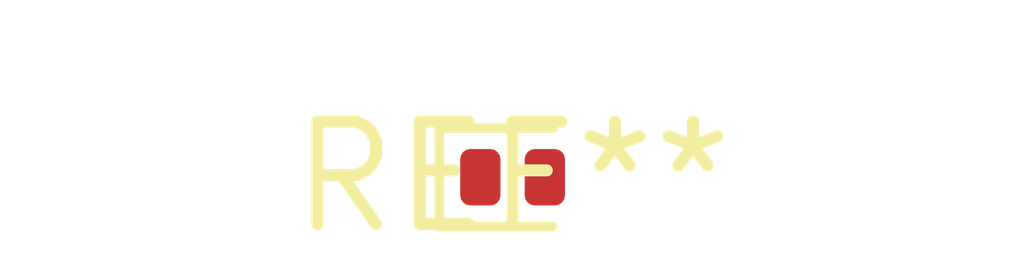
<source format=kicad_pcb>
(kicad_pcb (version 20240108) (generator pcbnew)
  (layers (0 "F.Cu" signal) (31 "B.Cu" signal) (34 "B.Paste" user) (35 "F.Paste" user) (36 "B.SilkS" user "B.Silkscreen") (37 "F.SilkS" user "F.Silkscreen") (38 "B.Mask" user) (39 "F.Mask" user) (44 "Edge.Cuts" user))
  (net 0 "")
  (footprint "D_SOD-882D" (layer "F.Cu") (at 0 0)
    (property "Reference" "REF**")
    (property "Value" "D_SOD-882D")
    (fp_line (start -0.91 -0.61) (end -0.91 0.61) (layer "F.SilkS") (stroke (width 0.12)))
    (fp_line (start -0.91 -0.61) (end 0.5 -0.61) (layer "F.SilkS") (stroke (width 0.12)))
    (fp_line (start -0.91 0.61) (end 0.5 0.61) (layer "F.SilkS") (stroke (width 0.12)))
    (pad "1" smd roundrect (at -0.4 0) (size 0.5 0.7) (layers "F.Cu" "F.Mask"))
    (pad "2" smd roundrect (at 0.4 0) (size 0.5 0.7) (layers "F.Cu" "F.Mask"))
  )
)
</source>
